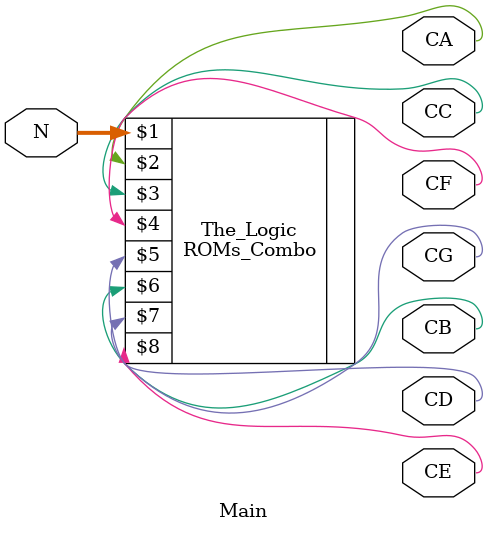
<source format=v>
`timescale 1ns / 1ps
module Main(
    input [3:0] N,
    output CA,
    output CC,
    output CF,
    output CG,
    output CB,
    output CE,
    output CD
    );

ROMs_Combo The_Logic(N , CA , CC ,CF , CG, CB , CD , CE);

endmodule

</source>
